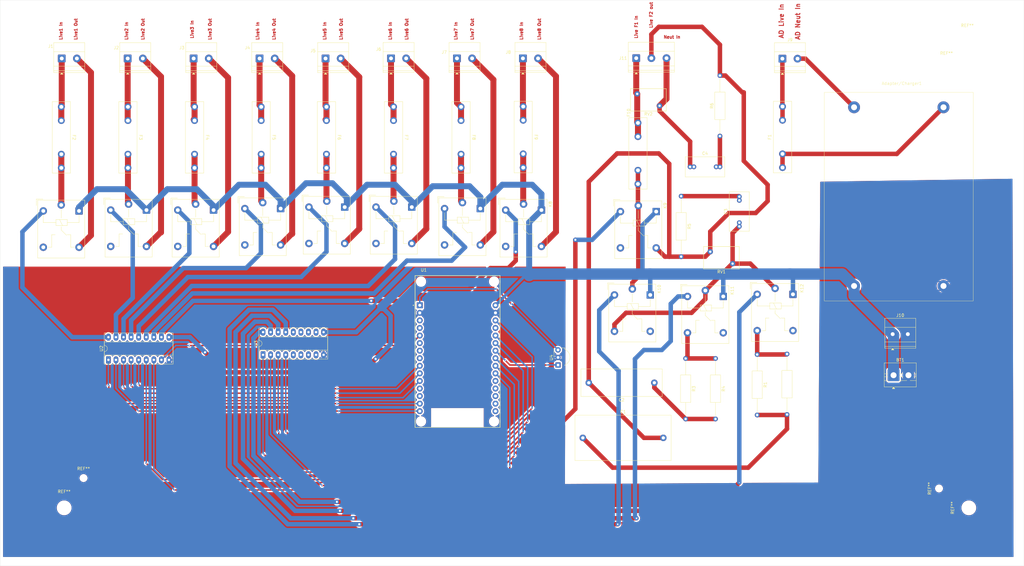
<source format=kicad_pcb>
(kicad_pcb (version 20241229) (generator "pcbnew") (generator_version "9.0")
  (layers (0 "F.Cu" signal) (2 "B.Cu" signal) (13 "F.Paste" user) (15 "B.Paste" user) (5 "F.SilkS" user "F.Silkscreen") (7 "B.SilkS" user "B.Silkscreen") (1 "F.Mask" user) (3 "B.Mask" user) (25 "Edge.Cuts" user))
  (net 0 "")
  (net 1 "Net-(Adapter/Charger1-InNeutral)")
  (net 2 "Net-(Adapter/Charger1-InLive)")
  (net 3 "GND")
  (net 4 "5V")
  (net 5 "Net-(C1-Pad1)")
  (net 6 "FAN OUTPUT")
  (net 7 "Net-(C2-Pad1)")
  (net 8 "Net-(C3-Pad2)")
  (net 9 "REG NO")
  (net 10 "AC_Neutral")
  (net 11 "Net-(C4-Pad2)")
  (net 12 "Net-(J9-Pin_1)")
  (net 13 "Net-(J1-Pin_1)")
  (net 14 "Net-(F2-Pad2)")
  (net 15 "Net-(J2-Pin_1)")
  (net 16 "Net-(F3-Pad2)")
  (net 17 "Net-(J3-Pin_1)")
  (net 18 "Net-(F4-Pad2)")
  (net 19 "Net-(F5-Pad2)")
  (net 20 "Net-(J4-Pin_1)")
  (net 21 "Net-(F6-Pad2)")
  (net 22 "Net-(J5-Pin_1)")
  (net 23 "Net-(J6-Pin_1)")
  (net 24 "Net-(F7-Pad2)")
  (net 25 "Net-(J7-Pin_1)")
  (net 26 "Net-(F8-Pad2)")
  (net 27 "Net-(F9-Pad2)")
  (net 28 "Net-(J8-Pin_1)")
  (net 29 "Net-(F10-Pad1)")
  (net 30 "FAN AC INPUT")
  (net 31 "Net-(J1-Pin_2)")
  (net 32 "Net-(J2-Pin_2)")
  (net 33 "Net-(J3-Pin_2)")
  (net 34 "Net-(J4-Pin_2)")
  (net 35 "Net-(J5-Pin_2)")
  (net 36 "Net-(J6-Pin_2)")
  (net 37 "Net-(J7-Pin_2)")
  (net 38 "Net-(J8-Pin_2)")
  (net 39 "Net-(U2-O1)")
  (net 41 "Net-(U2-O2)")
  (net 43 "Net-(U2-O3)")
  (net 45 "Net-(U2-O4)")
  (net 48 "Net-(U2-O5)")
  (net 50 "Net-(U2-O6)")
  (net 51 "Net-(U2-O7)")
  (net 54 "Net-(U2-O8)")
  (net 56 "Net-(U3-O1)")
  (net 58 "Net-(U3-O4)")
  (net 59 "NO LEV2")
  (net 61 "Net-(U3-O3)")
  (net 62 "Net-(U3-O2)")
  (net 63 "NO LEV1")
  (net 67 "IR")
  (net 68 "3.3V")
  (net 69 "FAN{slash}Main")
  (net 70 "Net-(U1-D4)")
  (net 75 "Fan Level 2")
  (net 76 "Net-(U1-D21)")
  (net 78 "Fan Level 1")
  (net 79 "ENABLE REG")
  (net 80 "Net-(U1-D32)")
  (net 81 "Net-(U1-D25)")
  (net 82 "Net-(U1-D22)")
  (net 86 "Net-(U1-D18)")
  (net 88 "Net-(U1-D19)")
  (net 90 "Net-(U1-D23)")
  (footprint "MountingHole:MountingHole_4.5mm" (layer "F.Cu") (at 337.5 27.5)
    (property "Reference" "REF**")
    (property "Value" "MountingHole_4.5mm")
  )
  (footprint "Relay_THT:Relay_SPDT_Hongfa_JQC-3FF_0XX-1Z" (layer "F.Cu") (at 279 112.3 -90)
    (property "Reference" "K12")
    (property "Value" "JQC-3FF-005-1Z")
  )
  (footprint "Fuse:Fuseholder_Littelfuse_100_series_5x20mm" (layer "F.Cu") (at 33.55 49.35 -90)
    (property "Reference" "F2")
    (property "Value" "2A Slow Blow(T) Fuse")
  )
  (footprint "Relay_THT:Relay_SPDT_Hongfa_JQC-3FF_0XX-1Z" (layer "F.Cu") (at 128.6175 83.0175 -90)
    (property "Reference" "K5" (hide yes))
    (property "Value" "JQC-3FF-005-1Z")
  )
  (footprint "Capacitor_THT:C_Rect_L13.0mm_W6.5mm_P7.50mm_P10.00mm" (layer "F.Cu") (at 244.5 69.5)
    (property "Reference" "C4")
    (property "Value" "0.1uf-400V")
  )
  (footprint "TerminalBlock_Phoenix:TerminalBlock_Phoenix_MKDS-1,5-2-5.08_1x02_P5.08mm_Horizontal" (layer "F.Cu") (at 33.6875 33.1075)
    (property "Reference" "J1")
    (property "Value" "Screw_Terminal_01x02")
  )
  (footprint "Relay_THT:Relay_SPDT_Hongfa_JQC-3FF_0XX-1Z" (layer "F.Cu") (at 194.6175 84.0175 -90)
    (property "Reference" "K8")
    (property "Value" "JQC-3FF-005-1Z")
  )
  (footprint "Relay_THT:Relay_SPDT_Hongfa_JQC-3FF_0XX-1Z" (layer "F.Cu") (at 62.1175 84.0175 -90)
    (property "Reference" "K2" (hide yes))
    (property "Value" "JQC-3FF-005-1Z")
  )
  (footprint "Relay_THT:Relay_SPDT_Hongfa_JQC-3FF_0XX-1Z" (layer "F.Cu") (at 39.5 84.3 -90)
    (property "Reference" "K1" (hide yes))
    (property "Value" "JQC-3FF-005-1Z")
  )
  (footprint "MountingHole:MountingHole_2.2mm_M2" (layer "F.Cu") (at 41 174)
    (property "Reference" "REF**")
    (property "Value" "MountingHole_2.2mm_M2")
  )
  (footprint "TerminalBlock_Phoenix:TerminalBlock_Phoenix_MKDS-1,5-2-5.08_1x02_P5.08mm_Horizontal" (layer "F.Cu") (at 77.9375 33.1075)
    (property "Reference" "J3")
    (property "Value" "Screw_Terminal_01x02")
  )
  (footprint "Fuse:Fuseholder_Littelfuse_100_series_5x20mm" (layer "F.Cu") (at 275.5 69.75 90)
    (property "Reference" "F1")
    (property "Value" "1A Slow Blow(T) Fuse")
  )
  (footprint "Relay_THT:Relay_SPDT_Hongfa_JQC-3FF_0XX-1Z" (layer "F.Cu") (at 107.1175 83.5175 -90)
    (property "Reference" "K4" (hide yes))
    (property "Value" "JQC-3FF-005-1Z")
  )
  (footprint "TerminalBlock_Phoenix:TerminalBlock_Phoenix_MKDS-1,5-3-5.08_1x03_P5.08mm_Horizontal" (layer "F.Cu") (at 226.42 33)
    (property "Reference" "J11")
    (property "Value" "Fan_Screw_Terminal_01x03")
  )
  (footprint "Relay_THT:Relay_SPDT_Hongfa_JQC-3FF_0XX-1Z" (layer "F.Cu") (at 151.1175 83.0175 -90)
    (property "Reference" "K6" (hide yes))
    (property "Value" "JQC-3FF-005-1Z")
  )
  (footprint "Fuse:Fuseholder_Littelfuse_100_series_5x20mm" (layer "F.Cu") (at 167.65 49.35 -90)
    (property "Reference" "F8")
    (property "Value" "2A Slow Blow(T) Fuse")
  )
  (footprint "Resistor_THT:R_Axial_DIN0309_L9.0mm_D3.2mm_P20.32mm_Horizontal" (layer "F.Cu") (at 254.5 59.16 90)
    (property "Reference" "R6")
    (property "Value" "220E-2W")
  )
  (footprint "Capacitor_THT:C_Rect_L27.0mm_W9.0mm_P22.00mm" (layer "F.Cu") (at 232.5 142 180)
    (property "Reference" "C2")
    (property "Value" "2.2uf-400V")
  )
  (footprint "Varistor:RV_Disc_D12mm_W7.5mm_P7.5mm" (layer "F.Cu") (at 226.75 45)
    (property "Reference" "RV2")
    (property "Value" "10D511k MOV")
  )
  (footprint "TerminalBlock_Phoenix:TerminalBlock_Phoenix_MKDS-1,5-2-5.08_1x02_P5.08mm_Horizontal" (layer "F.Cu") (at 188.405 33.0725)
    (property "Reference" "J8")
    (property "Value" "Screw_Terminal_01x02")
  )
  (footprint "TerminalBlock_Phoenix:TerminalBlock_Phoenix_MKDS-1,5-2-5.08_1x02_P5.08mm_Horizontal" (layer "F.Cu") (at 100.0625 33.1075)
    (property "Reference" "J4")
    (property "Value" "Screw_Terminal_01x02")
  )
  (footprint "TerminalBlock_Phoenix:TerminalBlock_Phoenix_MKDS-1,5-2-5.08_1x02_P5.08mm_Horizontal" (layer "F.Cu") (at 144.155 33.0725)
    (property "Reference" "J6")
    (property "Value" "Screw_Terminal_01x02")
  )
  (footprint "Relay_THT:Relay_SPDT_Hongfa_JQC-3FF_0XX-1Z" (layer "F.Cu") (at 84.6175 84.0175 -90)
    (property "Reference" "K3" (hide yes))
    (property "Value" "JQC-3FF-005-1Z")
  )
  (footprint "MountingHole:MountingHole_4.5mm" (layer "F.Cu") (at 34.5 184)
    (property "Reference" "REF**")
    (property "Value" "MountingHole_4.5mm")
  )
  (footprint "MountingHole:MountingHole_2.2mm_M2" (layer "F.Cu") (at 328 177.5 90)
    (property "Reference" "REF**")
    (property "Value" "MountingHole_2.2mm_M2")
  )
  (footprint "Capacitor_THT:C_Rect_L13.0mm_W6.5mm_P7.50mm_P10.00mm" (layer "F.Cu") (at 261 89.5 90)
    (property "Reference" "C3")
    (property "Value" "0.1uf-400V")
  )
  (footprint "Package_DIP:DIP-18_W7.62mm_Socket_LongPads" (layer "F.Cu") (at 49.34 134.31 90)
    (property "Reference" "U2")
    (property "Value" "ULN2803A")
  )
  (footprint "Relay_THT:Relay_SPDT_Hongfa_JQC-3FF_0XX-1Z" (layer "F.Cu") (at 231.1175 112.5175 -90)
    (property "Reference" "K10")
    (property "Value" "JQC-3FF-005-1Z")
  )
  (footprint "Package_DIP:DIP-18_W7.62mm_Socket_LongPads" (layer "F.Cu") (at 101.22 132.62 90)
    (property "Reference" "U3")
    (property "Value" "ULN2803A")
  )
  (footprint "TerminalBlock_Phoenix:TerminalBlock_Phoenix_MKDS-1,5-2-5.08_1x02_P5.08mm_Horizontal" (layer "F.Cu") (at 166.28 33.0725)
    (property "Reference" "J7")
    (property "Value" "Screw_Terminal_01x02")
  )
  (footprint "Fuse:Fuseholder_Littelfuse_100_series_5x20mm" (layer "F.Cu") (at 78.25 49.35 -90)
    (property "Reference" "F4")
    (property "Value" "2A Slow Blow(T) Fuse")
  )
  (footprint "Capacitor_THT:C_Rect_L32.0mm_W15.0mm_P27.00mm" (layer "F.Cu") (at 208.5 160.5)
    (property "Reference" "C1")
    (property "Value" "4.7uf-400V")
  )
  (footprint "Fuse:Fuseholder_Littelfuse_100_series_5x20mm" (layer "F.Cu") (at 188.5 49.25 -90)
    (property "Reference" "F9")
    (property "Value" "2A Slow Blow(T) Fuse")
  )
  (footprint "TerminalBlock_Phoenix:TerminalBlock_Phoenix_MKDS-1,5-2-5.08_1x02_P5.08mm_Horizontal" (layer "F.Cu") (at 275.455 33.1725)
    (property "Reference" "J9")
    (property "Value" "AC220V")
  )
  (footprint "TerminalBlock_Phoenix:TerminalBlock_Phoenix_MKDS-1,5-2-5.08_1x02_P5.08mm_Horizontal" (layer "F.Cu") (at 122.1875 33.1075)
    (property "Reference" "J5")
    (property "Value" "Screw_Terminal_01x02")
  )
  (footprint "OptoDevice:Vishay_MOLD-3Pin" (layer "F.Cu") (at 200.185 136.04 90)
    (property "Reference" "U4")
    (property "Value" "vs1838B")
  )
  (footprint "Fuse:Fuseholder_Littelfuse_100_series_5x20mm" (layer "F.Cu") (at 122.5 49.35 -90)
    (property "Reference" "F6")
    (property "Value" "2A Slow Blow(T) Fuse")
  )
  (footprint "ESP_32Doit:MODULE_ESP32_DEVKIT_V1" (layer "F.Cu") (at 166.5 131.5)
    (property "Reference" "U1")
    (property "Value" "ESP32-DEVKIT-V1")
  )
  (footprint "TerminalBlock_Phoenix:TerminalBlock_Phoenix_MKDS-1,5-2-5.08_1x02_P5.08mm_Horizontal" (layer "F.Cu") (at 312.455 125.6725)
    (property "Reference" "J10")
    (property "Value" "DC5V")
  )
  (footprint "Resistor_THT:R_Axial_DIN0309_L9.0mm_D3.2mm_P20.32mm_Horizontal" (layer "F.Cu") (at 243 133.84 -90)
    (property "Reference" "R3")
    (property "Value" "220K")
  )
  (footprint "Relay_THT:Relay_SPDT_Hongfa_JQC-3FF_0XX-1Z" (layer "F.Cu") (at 174.1175 83.5175 -90)
    (property "Reference" "K7" (hide yes))
    (property "Value" "JQC-3FF-005-1Z")
  )
  (footprint "Resistor_THT:R_Axial_DIN0309_L9.0mm_D3.2mm_P20.32mm_Horizontal" (layer "F.Cu") (at 267 132.5 -90)
    (property "Reference" "R1")
    (property "Value" "220K")
  )
  (footprint "TerminalBlock_Phoenix:TerminalBlock_Phoenix_MKDS-1,5-2-5.08_1x02_P5.08mm_Horizontal" (layer "F.Cu") (at 55.8125 33.1075)
    (property "Reference" "J2")
    (property "Value" "Screw_Terminal_01x02")
  )
  (footprint "MountingHole:MountingHole_4.5mm" (layer "F.Cu") (at 338 184 90)
    (property "Reference" "REF**")
    (property "Value" "MountingHole_4.5mm")
  )
  (footprint "Resistor_THT:R_Axial_DIN0309_L9.0mm_D3.2mm_P20.32mm_Horizontal" (layer "F.Cu") (at 253 133.84 -90)
    (property "Reference" "R4")
    (property "Value" "2.2E-1/2W")
  )
  (footprint "Fuse:Fuseholder_Littelfuse_100_series_5x20mm" (layer "F.Cu") (at 145 49.35 -90)
    (property "Reference" "F7")
    (property "Value" "2A Slow Blow(T) Fuse")
  )
  (footprint "MountingHole:MountingHole_2.2mm_M2" (layer "F.Cu") (at 330.5 34.5)
    (property "Reference" "REF**")
    (property "Value" "MountingHole_2.2mm_M2")
  )
  (footprint "Relay_THT:Relay_SPDT_Hongfa_JQC-3FF_0XX-1Z" (layer "F.Cu") (at 255.6175 113.0175 -90)
    (property "Reference" "K11")
    (property "Value" "JQC-3FF-005-1Z")
  )
  (footprint "Fuse:Fuseholder_Littelfuse_100_series_5x20mm" (layer "F.Cu") (at 227 75.25 90)
    (property "Reference" "F10")
    (property "Value" "2A Slow Blow(T) Fuse")
  )
  (footprint "Fuse:Fuseholder_Littelfuse_100_series_5x20mm" (layer "F.Cu") (at 100.6 49.35 -90)
    (property "Reference" "F5")
    (property "Value" "2A Slow Blow(T) Fuse")
  )
  (footprint "Resistor_THT:R_Axial_DIN0309_L9.0mm_D3.2mm_P20.32mm_Horizontal" (layer "F.Cu") (at 277 132.34 -90)
    (property "Reference" "R2" (hide yes))
    (property "Value" "2.2E-1/2W")
  )
  (footprint "Varistor:RV_Disc_D12mm_W7.5mm_P7.5mm" (layer "F.Cu") (at 251.25 98)
    (property "Reference" "RV1")
    (property "Value" "10D511k MOV")
  )
  (footprint "Fuse:Fuseholder_Littelfuse_100_series_5x20mm" (layer "F.Cu") (at 55.9 49.35 -90)
    (property "Reference" "F3")
    (property "Value" "2A Slow Blow(T) Fuse")
  )
  (footprint "Relay_THT:Relay_SPDT_Hongfa_JQC-3FF_0XX-1Z" (layer "F.Cu") (at 233.1175 84.5175 -90)
    (property "Reference" "K9")
    (property "Value" "JQC-3FF-005-1Z")
  )
  (footprint "Resistor_THT:R_Axial_DIN0309_L9.0mm_D3.2mm_P20.32mm_Horizontal" (layer "F.Cu") (at 241.5 79.34 -90)
    (property "Reference" "R5")
    (property "Value" "220E-2W")
  )
  (footprint "5vchargerACtoDC:ACtoDC power Adapter. 220V to 5V" (layer "F.Cu") (at 289.5 44.5 -90)
    (property "Reference" "Adapter/Charger1")
    (property "Value" "220VAC ->5VDC20W")
  )
  (footprint "TerminalBlock:TerminalBlock_MaiXu_MX126-5.0-02P_1x02_P5.00mm" (layer "F.Cu") (at 312.75 139.4675)
    (property "Reference" "BT1")
    (property "Value" "Battery" (hide yes))
  )
  (gr_rect (start 13 13.5) (end 356.5 203.5) (stroke (width 0.05)) (fill no) (layer "Edge.Cuts"))
  (gr_text "Live7 Out\n" (at 172 27 90) (layer "F.Cu") (effects (font (size 1 1) (thickness 0.25) (bold yes)) (justify left bottom)))
  (gr_text "Neut In" (at 235.5 26.5 0) (layer "F.Cu") (effects (font (size 1 1) (thickness 0.25) (bold yes)) (justify left bottom)))
  (gr_text "Live1 Out\n" (at 39 27 90) (layer "F.Cu") (effects (font (size 1 1) (thickness 0.25) (bold yes)) (justify left bottom)))
  (gr_text "Live8 Out\n" (at 194.5 27 90) (layer "F.Cu") (effects (font (size 1 1) (thickness 0.25) (bold yes)) (justify left bottom)))
  (gr_text "Live3 Out\n" (at 84 27 90) (layer "F.Cu") (effects (font (size 1 1) (thickness 0.25) (bold yes)) (justify left bottom)))
  (gr_text "Live6 In\n" (at 144.5 27 90) (layer "F.Cu") (effects (font (size 1 1) (thickness 0.25) (bold yes)) (justify left bottom)))
  (gr_text "Live F2 out\n" (at 232 23 90) (layer "F.Cu") (effects (font (size 1 1) (thickness 0.25) (bold yes)) (justify left bottom)))
  (gr_text "AD Neut In\n" (at 281.5 27 90) (layer "F.Cu") (effects (font (size 1.5 1.5) (thickness 0.3) (bold yes)) (justify left bottom)))
  (gr_text "Live F1 In\n" (at 227 26.5 90) (layer "F.Cu") (effects (font (size 1 1) (thickness 0.25) (bold yes)) (justify left bottom)))
  (gr_text "Live1 In\n" (at 34 27 90) (layer "F.Cu") (effects (font (size 1 1) (thickness 0.25) (bold yes)) (justify left bottom)))
  (gr_text "Live5 In\n" (at 122.5 27 90) (layer "F.Cu") (effects (font (size 1 1) (thickness 0.25) (bold yes)) (justify left bottom)))
  (gr_text "Live5 Out\n" (at 128 27 90) (layer "F.Cu") (effects (font (size 1 1) (thickness 0.25) (bold yes)) (justify left bottom)))
  (gr_text "AD Live In\n" (at 276 26.5 90) (layer "F.Cu") (effects (font (size 1.5 1.5) (thickness 0.3) (bold yes)) (justify left bottom)))
  (gr_text "Live4 In\n" (at 100 27 90) (layer "F.Cu") (effects (font (size 1 1) (thickness 0.25) (bold yes)) (justify left bottom)))
  (gr_text "Live3 In\n" (at 78 26.5 90) (layer "F.Cu") (effects (font (size 1 1) (thickness 0.25) (bold yes)) (justify left bottom)))
  (gr_text "Live4 Out\n" (at 105.5 27 90) (layer "F.Cu") (effects (font (size 1 1) (thickness 0.25) (bold yes)) (justify left bottom)))
  (gr_text "Live2 Out\n" (at 61.5 27 90) (layer "F.Cu") (effects (font (size 1 1) (thickness 0.25) (bold yes)) (justify left bottom)))
  (gr_text "Live6 Out\n" (at 150 27 90) (layer "F.Cu") (effects (font (size 1 1) (thickness 0.25) (bold yes)) (justify left bottom)))
  (gr_text "Live2 In\n" (at 56 27 90) (layer "F.Cu") (effects (font (size 1 1) (thickness 0.25) (bold yes)) (justify left bottom)))
  (gr_text "Live7 In\n" (at 166.5 27 90) (layer "F.Cu") (effects (font (size 1 1) (thickness 0.25) (bold yes)) (justify left bottom)))
  (gr_text "Live8 In\n" (at 188.5 27 90) (layer "F.Cu") (effects (font (size 1 1) (thickness 0.25) (bold yes)) (justify left bottom)))
  (segment (start 299.5 49.5) (end 283.1725 33.1725) (width 1.5) (layer "F.Cu") (net 1))
  (segment (start 283.1725 33.1725) (end 280.535 33.1725) (width 1.5) (layer "F.Cu") (net 1))
  (segment (start 275.5 65.15) (end 313.85 65.15) (width 1.5) (layer "F.Cu") (net 2))
  (segment (start 313.85 65.15) (end 329.5 49.5) (width 1.5) (layer "F.Cu") (net 2))
  (segment (start 275.5 65.15) (end 275.5 69.75) (width 1.5) (layer "F.Cu") (net 2))
  (segment (start 317.75 125.8875) (end 317.535 125.6725) (width 3.8) (layer "F.Cu") (net 3))
  (segment (start 121.54 173.54) (end 141 193) (width 1.5) (layer "B.Cu") (net 3))
  (segment (start 332 119) (end 332 112) (width 3.8) (layer "B.Cu") (net 3))
  (segment (start 317.75 139.4675) (end 317.75 125.8875) (width 3.8) (layer "B.Cu") (net 3))
  (segment (start 181.025 118.525) (end 194.5 132) (width 1) (layer "B.Cu") (net 3))
  (segment (start 200.185 133.5) (end 194.825 133.5) (width 0.5) (layer "B.Cu") (net 3))
  (segment (start 69.66 134.31) (end 69.66 168.66) (width 1.5) (layer "B.Cu") (net 3))
  (segment (start 199.5 193) (end 141 193) (width 3.8) (layer "B.Cu") (net 3))
  (segment (start 194.5 185) (end 202.5 193) (width 1) (layer "B.Cu") (net 3))
  (segment (start 202.5 193) (end 199.5 193) (width 3.8) (layer "B.Cu") (net 3))
  (segment (start 153.8 118.525) (end 179.2 118.525) (width 1.5) (layer "B.Cu") (net 3))
  (segment (start 121.54 132.62) (end 121.54 173.54) (width 1.5) (layer "B.Cu") (net 3))
  (segment (start 332 112) (end 329.5 109.5) (width 3.8) (layer "B.Cu") (net 3))
  (segment (start 194.5 132) (end 194.5 133.825) (width 1) (layer "B.Cu") (net 3))
  (segment (start 284.5 193) (end 202.5 193) (width 3.8) (layer "B.Cu") (net 3))
  (segment (start 317.75 159.75) (end 284.5 193) (width 3.8) (layer "B.Cu") (net 3))
  (segment (start 317.75 139.4675) (end 317.75 159.75) (width 3.8) (layer "B.Cu") (net 3))
  (segment (start 69.66 168.66) (end 94 193) (width 1.5) (layer "B.Cu") (net 3))
  (segment (start 141 193) (end 94 193) (width 3.8) (layer "B.Cu") (net 3))
  (segment (start 317.535 125.6725) (end 324.2075 119) (width 3.8) (layer "B.Cu") (net 3))
  (segment (start 317.75 125.8875) (end 317.535 125.6725) (width 3.8) (layer "B.Cu") (net 3))
  (segment (start 324.2075 119) (end 332 119) (width 3.8) (layer "B.Cu") (net 3))
  (segment (start 194.5 133.825) (end 194.5 185) (width 1) (layer "B.Cu") (net 3))
  (segment (start 180.025 118.525) (end 181.025 118.525) (width 1) (layer "B.Cu") (net 3))
  (segment (start 312.75 125.9675) (end 312.455 125.6725) (width 3.8) (layer "F.Cu") (net 4))
  (segment (start 134.5 138.5) (end 88.5 138.5) (width 1.5) (layer "F.Cu") (net 4))
  (segment (start 139 134) (end 134.5 138.5) (width 1.5) (layer "F.Cu") (net 4))
  (segment (start 88.5 138.5) (end 81.75 131.75) (width 1.5) (layer "F.Cu") (net 4))
  (via (at 139 134) (size 1.4) (drill 0.7) (layers "F.Cu" "B.Cu") (net 4))
  (via (at 81.75 131.75) (size 1.4) (drill 0.7) (layers "F.Cu" "B.Cu") (net 4))
  (segment (start 144 119.5) (end 141 116.5) (width 1.5) (layer "B.Cu") (net 4))
  (segment (start 174.1175 79.6175) (end 170.5 76) (width 2) (layer "B.Cu") (net 4))
  (segment (start 190.5 106) (end 191 105.5) (width 3.8) (layer "B.Cu") (net 4))
  (segment (start 84.6175 82.6175) (end 79 77) (width 2) (layer "B.Cu") (net 4))
  (segment (start 194.6175 84.0175) (end 194.6175 78.6175) (width 2) (layer "B.Cu") (net 4))
  (segment (start 129.3175 79.8175) (end 124.5 75) (width 2) (layer "B.Cu") (net 4))
  (segment (start 228.5 89.135) (end 228.5 105.5) (width 1.5) (layer "B.Cu") (net 4))
  (segment (start 39.5 83) (end 39.5 84.3) (width 2) (layer "B.Cu") (net 4))
  (segment (start 312.75 139.4675) (end 312.75 125.9675) (width 3.8) (layer "B.Cu") (net 4))
  (segment (start 190.5 106) (end 189.274 104.774) (width 3) (layer "B.Cu") (net 4))
  (segment (start 132.5 125) (end 141 116.5) (width 1.5) (layer "B.Cu") (net 4))
  (segment (start 62.1175 84.0175) (end 55.1 77) (width 2) (layer "B.Cu") (net 4))
  (segment (start 189.185 106) (end 190.5 106) (width 1) (layer "B.Cu") (net 4))
  (segment (start 129.3175 82.3175) (end 129.3175 79.8175) (width 2) (layer "B.Cu") (net 4))
  (segment (start 139 134) (end 144 129) (width 1.5) (layer "B.Cu") (net 4))
  (segment (start 278 105.5) (end 295.5 105.5) (width 3.8) (layer "B.Cu") (net 4))
  (segment (start 255.5 105.5) (end 278 105.5) (width 3.8) (layer "B.Cu") (net 4))
  (segment (start 279 112.3) (end 279 106.5) (width 1.5) (layer "B.Cu") (net 4))
  (segment (start 107.1175 80.6175) (end 102 75.5) (width 2) (layer "B.Cu") (net 4))
  (segment (start 93.135 75.5) (end 84.6175 84.0175) (width 2) (layer "B.Cu") (net 4))
  (segment (start 45.5 77) (end 39.5 83) (width 2) (layer "B.Cu") (net 4))
  (segment (start 102 75.5) (end 93.135 75.5) (width 2) (layer "B.Cu") (net 4))
  (segment (start 55.1 77) (end 45.5 77) (width 2) (layer "B.Cu") (net 4))
  (segment (start 191.5 75.5) (end 181.5 75.5) (width 2) (layer "B.Cu") (net 4))
  (segment (start 295.5 105.5) (end 299.5 109.5) (width 3.8) (layer "B.Cu") (net 4))
  (segment (start 189.274 104.774) (end 152.726 104.774) (width 3) (layer "B.Cu") (net 4))
  (segment (start 194.6175 78.6175) (end 191.5 75.5) (width 2) (layer "B.Cu") (net 4))
  (segment (start 136.135 75.5) (end 128.6175 83.0175) (width 2) (layer "B.Cu") (net 4))
  (segment (start 255.6175 113.0175) (end 255.6175 105.6175) (width 1.5) (layer "B.Cu") (net 4))
  (segment (start 231.1175 105.6175) (end 231 105.5) (width 1.5) (layer "B.Cu") (net 4))
  (segment (start 151.1175 83.0175) (end 151.1175 81.1175) (width 2) (layer "B.Cu") (net 4))
  (segment (start 312.75 125.9675) (end 312.455 125.6725) (width 3.8) (layer "B.Cu") (net 4))
  (segment (start 181.5 75.5) (end 174.1175 82.8825) (width 2) (layer "B.Cu") (net 4))
  (segment (start 158.135 76) (end 151.1175 83.0175) (width 2) (layer "B.Cu") (net 4))
  (segment (start 69.135 77) (end 62.1175 84.0175) (width 2) (layer "B.Cu") (net 4))
  (segment (start 107.1175 83.5175) (end 107.1175 80.6175) (width 2) (layer "B.Cu") (net 4))
  (segment (start 174.1175 82.8825) (end 174.1175 83.5175) (width 2) (layer "B.Cu") (net 4))
  (segment (start 231.1175 112.5175) (end 231.1175 105.6175) (width 1.5) (layer "B.Cu") (net 4))
  (segment (start 79 77) (end 69.135 77) (width 2) (layer "B.Cu") (net 4))
  (segment (start 124.5 75) (end 115.635 75) (width 2) (layer "B.Cu") (net 4))
  (segment (start 299.5 112.7175) (end 312.455 125.6725) (width 3.8) (layer "B.Cu") (net 4))
  (segment (start 81.75 131.75) (end 76.69 126.69) (width 1.5) (layer "B.Cu") (net 4))
  (segment (start 151.1175 81.1175) (end 145.5 75.5) (width 2) (layer "B.Cu") (net 4))
  (segment (start 170.5 76) (end 158.135 76) (width 2) (layer "B.Cu") (net 4))
  (segment (start 191 105.5) (end 228.5 105.5) (width 3.8) (layer "B.Cu") (net 4))
  (segment (start 76.69 126.69) (end 69.66 126.69) (width 1.5) (layer "B.Cu") (net 4))
  (segment (start 179.2 115.985) (end 189.185 106) (width 1) (layer "B.Cu") (net 4))
  (segment (start 84.6175 84.0175) (end 84.6175 82.6175) (width 2) (layer "B.Cu") (net 4))
  (segment (start 299.5 109.5) (end 299.5 112.7175) (width 3.8) (layer "B.Cu") (net 4))
  (segment (start 190.5 88.135) (end 190.5 106) (width 2) (layer "B.Cu") (net 4))
  (segment (start 233.1175 84.5175) (end 228.5 89.135) (width 1.5) (layer "B.Cu") (net 4))
  (segment (start 144 129) (end 144 119.5) (width 1.5) (layer "B.Cu") (net 4))
  (segment (start 152.726 104.774) (end 141 116.5) (width 3) (layer "B.Cu") (net 4))
  (segment (start 279 106.5) (end 278 105.5) (width 1.5) (layer "B.Cu") (net 4))
  (segment (start 128.6175 83.0175) (end 129.3175 82.3175) (width 2) (layer "B.Cu") (net 4))
  (segment (start 121.54 125) (end 132.5 125) (width 1.5) (layer "B.Cu") (net 4))
  (segment (start 255.6175 105.6175) (end 255.5 105.5) (width 1.5) (layer "B.Cu") (net 4))
  (segment (start 231 105.5) (end 255.5 105.5) (width 3.8) (layer "B.Cu") (net 4))
  (segment (start 228.5 105.5) (end 231 105.5) (width 3.8) (layer "B.Cu") (net 4))
  (segment (start 174.1175 83.5175) (end 174.1175 79.6175) (width 2) (layer "B.Cu") (net 4))
  (segment (start 115.635 75) (end 107.1175 83.5175) (width 2) (layer "B.Cu") (net 4))
  (segment (start 194.6175 84.0175) (end 190.5 88.135) (width 2) (layer "B.Cu") (net 4))
  (segment (start 145.5 75.5) (end 136.135 75.5) (width 2) (layer "B.Cu") (net 4))
  (segment (start 267 152.82) (end 276.84 152.82) (width 1.5) (layer "F.Cu") (net 5))
  (segment (start 264 170.5) (end 277 157.5) (width 1.5) (layer "F.Cu") (net 5))
  (segment (start 218.5 170.5) (end 264 170.5) (width 1.5) (layer "F.Cu") (net 5))
  (segment (start 208.5 160.5) (end 218.5 170.5) (width 1.5) (layer "F.Cu") (net 5))
  (segment (start 277 152.66) (end 277 157.5) (width 1.5) (layer "F.Cu") (net 5))
  (segment (start 262 44.5) (end 256.34 38.84) (width 1.5) (layer "F.Cu") (net 6))
  (segment (start 270.5 81) (end 270.5 75.5) (width 1.5) (layer "F.Cu") (net 6))
  (segment (start 248.5 22.5) (end 254.5 28.5) (width 1.5) (layer "F.Cu") (net 6))
  (segment (start 262.5 67.5) (end 262.5 44.5) (width 1.5) (layer "F.Cu") (net 6))
  (segment (start 251.25 91.25) (end 257.5 85) (width 1.5) (layer "F.Cu") (net 6))
  (segment (start 237.5 68.5) (end 237.5 99.66) (width 1.5) (layer "F.Cu") (net 6))
  (segment (start 241.5 99.66) (end 237.5 99.66) (width 1.5) (layer "F.Cu") (net 6))
  (segment (start 241.5 99.66) (end 249.59 99.66) (width 1.5) (layer "F.Cu") (net 6))
  (segment (start 266.5 85) (end 270.5 81) (width 1.5) (layer "F.Cu") (net 6))
  (segment (start 210.5 142) (end 229 160.5) (width 1.5) (layer "F.Cu") (net 6))
  (segment (start 220 65) (end 234 65) (width 1.5) (layer "F.Cu") (net 6))
  (segment (start 234 22.5) (end 248.5 22.5) (width 1.5) (layer "F.Cu") (net 6))
  (segment (start 249.59 99.66) (end 251.25 98) (width 1.5) (layer "F.Cu") (net 6))
  (segment (start 237.5 99.66) (end 236.06 99.66) (width 1.5) (layer "F.Cu") (net 6))
  (segment (start 254.5 28.5) (end 254.5 38.84) (width 1.5) (layer "F.Cu") (net 6))
  (segment (start 210.5 142) (end 210.5 74.5) (width 1.5) (layer "F.Cu") (net 6))
  (segment (start 262.5 44.5) (end 262 44.5) (width 1.5) (layer "F.Cu") (net 6))
  (segment (start 256.34 38.84) (end 254.5 38.84) (width 1.5) (layer "F.Cu") (net 6))
  (segment (start 231.5 25) (end 234 22.5) (width 1.5) (layer "F.Cu") (net 6))
  (segment (start 210.5 74.5) (end 220 65) (width 1.5) (layer "F.Cu") (net 6))
  (segment (start 236.06 99.66) (end 233.1175 96.7175) (width 1.5) (layer "F.Cu") (net 6))
  (segment (start 229 160.5) (end 235.5 160.5) (width 1.5) (layer "F.Cu") (net 6))
  (segment (start 257.5 85) (end 266.5 85) (width 1.5) (layer "F.Cu") (net 6))
  (segment (start 251.25 98) (end 251.25 91.25) (width 1.5) (layer "F.Cu") (net 6))
  (segment (start 270.5 75.5) (end 262.5 67.5) (width 1.5) (layer "F.Cu") (net 6))
  (segment (start 234 65) (end 237.5 68.5) (width 1.5) (layer "F.Cu") (net 6))
  (segment (start 231.5 33) (end 231.5 25) (width 1.5) (layer "F.Cu") (net 6))
  (segment (start 232.5 142) (end 232.5 143.66) (width 1.5) (layer "F.Cu") (net 7))
  (segment (start 232.5 143.66) (end 243 154.16) (width 1.5) (layer "F.Cu") (net 7))
  (segment (start 243 154.16) (end 253 154.16) (width 1.5) (layer "F.Cu") (net 7))
  (segment (start 260.84 79.34) (end 261 79.5) (width 1.5) (layer "F.Cu") (net 8))
  (segment (start 241.5 79.34) (end 260.84 79.34) (width 1.5) (layer "F.Cu") (net 8))
  (segment (start 223 118.5) (end 245 118.5) (width 1.5) (layer "F.Cu") (net 9))
  (segment (start 219.1175 124.7175) (end 219.1175 122.3825) (width 1.5) (layer "F.Cu") (net 9))
  (segment (start 258.75 91.75) (end 261 89.5) (width 1.5) (layer "F.Cu") (net 9))
  (segment (start 258.75 102) (end 258.635 102) (width 1.5) (layer "F.Cu") (net 9))
  (segment (start 258.75 102) (end 258.75 91.75) (width 1.5) (layer "F.Cu") (net 9))
  (segment (start 258.635 102) (end 249.6175 111.0175) (width 1.5) (layer "F.Cu") (net 9))
  (segment (start 264.7 102) (end 273 110.3) (width 1.5) (layer "F.Cu") (net 9))
  (segment (start 219.1175 122.3825) (end 223 118.5) (width 1.5) (layer "F.Cu") (net 9))
  (segment (start 245 118.5) (end 249.6175 113.8825) (width 1.5) (layer "F.Cu") (net 9))
  (segment (start 249.6175 113.8825) (end 249.6175 111.0175) (width 1.5) (layer "F.Cu") (net 9))
  (segment (start 258.75 102) (end 264.7 102) (width 1.5) (layer "F.Cu") (net 9))
  (segment (start 234.25 50.75) (end 244.5 61) (width 1.5) (layer "F.Cu") (net 10))
  (segment (start 236.58 46.67) (end 234.25 49) (width 2) (layer "F.Cu") (net 10))
  (segment (start 244.5 61) (end 244.5 69.5) (width 1.5) (layer "F.Cu") (net 10))
  (segment (start 234.25 49) (end 234.25 50.75) (width 1.5) (layer "F.Cu") (net 10))
  (segment (start 236.58 33) (end 236.58 46.67) (width 2) (layer "F.Cu") (net 10))
  (segment (start 254.5 69.5) (end 254.5 59.16) (width 1.5) (layer "F.Cu") (net 11))
  (segment (start 275.5 49.25) (end 275.5 53.85) (width 1.5) (layer "F.Cu") (net 12))
  (segment (start 275.455 33.1725) (end 275.455 49.205) (width 1.5) (layer "F.Cu") (net 12))
  (segment (start 275.455 49.205) (end 275.5 49.25) (width 1.5) (layer "F.Cu") (net 12))
  (segment (start 33.6875 49.2125) (end 33.55 49.35) (width 2) (layer "F.Cu") (net 13))
  (segment (start 33.55 49.35) (end 33.55 53.95) (width 2) (layer "F.Cu") (net 13))
  (segment (start 33.6875 33.1075) (end 33.6875 49.2125) (width 2) (layer "F.Cu") (net 13))
  (segment (start 33.55 65.25) (end 33.55 69.85) (width 2) (layer "F.Cu") (net 14))
  (segment (start 33.55 82.25) (end 33.5 82.3) (width 2) (layer "F.Cu") (net 14))
  (segment (start 33.55 69.85) (end 33.55 82.25) (width 2) (layer "F.Cu") (net 14))
  (segment (start 55.8125 33.1075) (end 55.8125 53.8625) (width 2) (layer "F.Cu") (net 15))
  (segment (start 55.8125 53.8625) (end 55.9 53.95) (width 2) (layer "F.Cu") (net 15))
  (segment (start 55.9 65.25) (end 55.9 81.8) (width 2) (layer "F.Cu") (net 16))
  (segment (start 77.9375 49.0375) (end 78.25 49.35) (width 2) (layer "F.Cu") (net 17))
  (segment (start 78.25 49.35) (end 78.25 53.95) (width 2) (layer "F.Cu") (net 17))
  (segment (start 77.9375 53.6375) (end 78.25 53.95) (width 2) (layer "F.Cu") (net 17))
  (segment (start 77.9375 33.1075) (end 77.9375 49.0375) (width 2) (layer "F.Cu") (net 17))
  (segment (start 78.25 65.25) (end 78.25 81.65) (width 2) (layer "F.Cu") (net 18))
  (segment (start 100.6 65.25) (end 100.6 81) (width 2) (layer "F.Cu") (net 19))
  (segment (start 100.0625 33.1075) (end 100.0625 48.8125) (width 2) (layer "F.Cu") (net 20))
  (segment (start 100.0625 48.8125) (end 100.6 49.35) (width 2) (layer "F.Cu") (net 20))
  (segment (start 100.6 49.35) (end 100.6 53.95) (width 2) (layer "F.Cu") (net 20))
  (segment (start 122.5 65.25) (end 122.5 80.9) (width 2) (layer "F.Cu") (net 21))
  (segment (start 122.1875 53.6375) (end 122.5 53.95) (width 2) (layer "F.Cu") (net 22))
  (segment (start 122.1875 33.1075) (end 122.1875 49.0375) (width 2) (layer "F.Cu") (net 22))
  (segment (start 122.1875 49.0375) (end 122.5 49.35) (width 2) (layer "F.Cu") (net 22))
  (segment (start 122.5 49.35) (end 122.5 53.95) (width 2) (layer "F.Cu") (net 22))
  (segment (start 144.155 33.0725) (end 144.155 48.505) (width 2) (layer "F.Cu") (net 23))
  (segment (start 145 49.35) (end 145 53.95) (width 2) (layer "F.Cu") (net 23))
  (segment (start 144.155 48.505) (end 145 49.35) (width 2) (layer "F.Cu") (net 23))
  (segment (start 145 65.25) (end 145 80.9) (width 2) (layer "F.Cu") (net 24))
  (segment (start 166.28 47.98) (end 167.65 49.35) (width 2) (layer "F.Cu") (net 25))
  (segment (start 167.65 49.35) (end 167.65 53.95) (width 2) (layer "F.Cu") (net 25))
  (segment (start 166.28 33.0725) (end 166.28 47.98) (width 2) (layer "F.Cu") (net 25))
  (segment (start 167.65 69.85) (end 167.65 81.05) (width 2) (layer "F.Cu") (net 26))
  (segment (start 167.65 65.25) (end 167.65 69.85) (width 2) (layer "F.Cu") (net 26))
  (segment (start 188.5 69.75) (end 188.5 81.9) (width 2) (layer "F.Cu") (net 27))
  (segment (start 188.5 65.15) (end 188.5 69.75) (width 2) (layer "F.Cu") (net 27))
  (segment (start 188.405 33.0725) (end 188.405 49.155) (width 2) (layer "F.Cu") (net 28))
  (segment (start 188.405 49.155) (end 188.5 49.25) (width 2) (layer "F.Cu") (net 28))
  (segment (start 188.5 49.25) (end 188.5 53.85) (width 2) (layer "F.Cu") (net 28))
  (segment (start 225.1175 110.5175) (end 225.1175 108.3825) (width 1.5) (layer "F.Cu") (net 29))
  (segment (start 225.1175 108.3825) (end 227.1175 106.3825) (width 1.5) (layer "F.Cu") (net 29))
  (segment (start 227.1175 106.3825) (end 227.1175 82.5175) (width 1.5) (layer "F.Cu") (net 29))
  (segment (start 227 82.4) (end 227.1175 82.5175) (width 1.5) (layer "F.Cu") (net 29))
  (segment (start 227 75.25) (end 227 82.4) (width 1.5) (layer "F.Cu") (net 29))
  (segment (start 227 70.65) (end 227 75.25) (width 1.5) (layer "F.Cu") (net 29))
  (segment (start 227 54.75) (end 227 59.35) (width 2) (layer "F.Cu") (net 30))
  (segment (start 226.42 33) (end 226.42 44.67) (width 2) (layer "F.Cu") (net 30))
  (segment (start 226.42 44.67) (end 226.75 45) (width 2) (layer "F.Cu") (net 30))
  (segment (start 226.75 54.5) (end 227 54.75) (width 2) (layer "F.Cu") (net 30))
  (segment (start 226.75 45) (end 226.75 54.5) (width 2) (layer "F.Cu") (net 30))
  (segment (start 43.5 37.84) (end 43.5 92.5) (width 2) (layer "F.Cu") (net 31))
  (segment (start 38.7675 33.1075) (end 43.5 37.84) (width 2) (layer "F.Cu") (net 31))
  (segment (start 43.5 92.5) (end 39.5 96.5) (width 2) (layer "F.Cu") (net 31))
  (segment (start 60.8925 33.1075) (end 67 39.215) (width 2) (layer "F.Cu") (net 32))
  (segment (start 67 39.215) (end 67 91.5) (width 2) (layer "F.Cu") (net 32))
  (segment (start 67 91.5) (end 66.835 91.5) (width 2) (layer "F.Cu") (net 32))
  (segment (start 66.835 91.5) (end 62.1175 96.2175) (width 2) (layer "F.Cu") (net 32))
  (segment (start 83.0175 33.1075) (end 89.5 39.59) (width 2) (layer "F.Cu") (net 33))
  (segment (start 89.5 91.335) (end 84.6175 96.2175) (width 2) (layer "F.Cu") (net 33))
  (segment (start 89.5 39.59) (end 89.5 91.335) (width 2) (layer "F.Cu") (net 33))
  (segment (start 111 38.965) (end 111 92) (width 2) (layer "F.Cu") (net 34))
  (segment (start 110.835 92) (end 107.1175 95.7175) (width 2) (layer "F.Cu") (net 34))
  (segment (start 111 92) (end 110.835 92) (width 2) (layer "F.Cu") (net 34))
  (segment (start 105.1425 33.1075) (end 111 38.965) (width 2) (layer "F.Cu") (net 34))
  (segment (start 133.5 90.335) (end 128.6175 95.2175) (width 2) (layer "F.Cu") (net 35))
  (segment (start 127.2675 33.1075) (end 133.5 39.34) (width 2) (layer "F.Cu") (net 35))
  (segment (start 133.5 39.34) (end 133.5 90.335) (width 2) (layer "F.Cu") (net 35))
  (segment (start 156 39.8375) (end 156 90.335) (width 2) (layer "F.Cu") (net 36))
  (segment (start 156 90.335) (end 151.1175 95.2175) (width 2) (layer "F.Cu") (net 36))
  (segment (start 149.235 33.0725) (end 156 39.8375) (width 2) (layer "F.Cu") (net 36))
  (segment (start 178.5 91.335) (end 174.1175 95.7175) (width 2) (layer "F.Cu") (net 37))
  (segment (start 178.5 40.2125) (end 178.5 91.335) (width 2) (layer "F.Cu") (net 37))
  (segment (start 171.36 33.0725) (end 178.5 40.2125) (width 2) (layer "F.Cu") (net 37))
  (segment (start 199.5 39.0875) (end 199.5 91.335) (width 2) (layer "F.Cu") (net 38))
  (segment (start 193.485 33.0725) (end 199.5 39.0875) (width 2) (layer "F.Cu") (net 38))
  (segment (start 199.5 91.335) (end 194.6175 96.2175) (width 2) (layer "F.Cu") (net 38))
  (segment (start 20.5 110) (end 37.19 126.69) (width 1.5) (layer "B.Cu") (net 39))
  (segment (start 20.5 91.3) (end 20.5 110) (width 1.5) (layer "B.Cu") (net 39))
  (segment (start 37.19 126.69) (end 49.34 126.69) (width 1.5) (layer "B.Cu") (net 39))
  (segment (start 27.5 84.3) (end 20.5 91.3) (width 1.5) (layer "B.Cu") (net 39))
  (segment (start 51.88 119.12) (end 51.88 126.69) (width 1.5) (layer "B.Cu") (net 41))
  (segment (start 57.5 91.4) (end 57.5 113.5) (width 1.5) (layer "B.Cu") (net 41))
  (segment (start 57.5 113.5) (end 51.88 119.12) (width 1.5) (layer "B.Cu") (net 41))
  (segment (start 50.1175 84.0175) (end 57.5 91.4) (width 1.5) (layer "B.Cu") (net 41))
  (segment (start 54.42 126.69) (end 54.42 120.58) (width 1.5) (layer "B.Cu") (net 43))
  (segment (start 54.42 120.58) (end 76.5 98.5) (width 1.5) (layer "B.Cu") (net 43))
  (segment (start 76.5 87.9) (end 72.6175 84.0175) (width 1.5) (layer "B.Cu") (net 43))
  (segment (start 76.5 98.5) (end 76.5 87.9) (width 1.5) (layer "B.Cu") (net 43))
  (segment (start 74.5 103.5) (end 95.5 103.5) (width 1.5) (layer "B.Cu") (net 45))
  (segment (start 56.96 121.04) (end 74.5 103.5) (width 1.5) (layer "B.Cu") (net 45))
  (segment (start 100.5 88.9) (end 95.1175 83.5175) (width 1.5) (layer "B.Cu") (net 45))
  (segment (start 95.5 103.5) (end 100.5 98.5) (width 1.5) (layer "B.Cu") (net 45))
  (segment (start 56.96 126.69) (end 56.96 121.04) (width 1.5) (layer "B.Cu") (net 45))
  (segment (start 100.5 98.5) (end 100.5 88.9) (width 1.5) (layer "B.Cu") (net 45))
  (segment (start 59.5 126.69) (end 59.5 123) (width 1.5) (layer "B.Cu") (net 48))
  (segment (start 59.5 123) (end 76 106.5) (width 1.5) (layer "B.Cu") (net 48))
  (segment (start 76 106.5) (end 114 106.5) (width 1.5) (layer "B.Cu") (net 48))
  (segment (start 114 106.5) (end 122.5 98) (width 1.5) (layer "B.Cu") (net 48))
  (segment (start 122.5 98) (end 122.5 88.9) (width 1.5) (layer "B.Cu") (net 48))
  (segment (start 122.5 88.9) (end 116.6175 83.0175) (width 1.5) (layer "B.Cu") (net 48))
  (segment (start 145.5 100.5) (end 145.5 89.4) (width 1.5) (layer "B.Cu") (net 50))
  (segment (start 62.04 124.79) (end 77.33 109.5) (width 1.45) (layer "B.Cu") (net 50))
  (segment (start 136.5 109.5) (end 145.5 100.5) (width 1.5) (layer "B.Cu") (net 50))
  (segment (start 77.33 109.5) (end 136.5 109.5) (width 1.5) (layer "B.Cu") (net 50))
  (segment (start 62.04 126.69) (end 62.04 124.79) (width 1.5) (layer "B.Cu") (net 50))
  (segment (start 145.5 89.4) (end 139.1175 83.0175) (width 1.5) (layer "B.Cu") (net 50))
  (segment (start 169 96.5) (end 162.1175 89.6175) (width 1.5) (layer "B.Cu") (net 51))
  (segment (start 68 121.5) (end 77.5 112) (width 1.5) (layer "B.Cu") (net 51))
  (segment (start 138.5 112) (end 149.5 101) (width 1.5) (layer "B.Cu") (net 51))
  (segment (start 149.5 101) (end 164.5 101) (width 1.5) (layer "B.Cu") (net 51))
  (segment (start 64.58 126.69) (end 64.58 125.92) (width 1.5) (layer "B.Cu") (net 51))
  (segment (start 64.58 125.92) (end 64.58 124.92) (width 1.45) (layer "B.Cu") (net 51))
  (segment (start 164.5 101) (end 169 96.5) (width 1.5) (layer "B.Cu") (net 51))
  (segment (start 64.58 124.92) (end 68 121.5) (width 1.45) (layer "B.Cu") (net 51))
  (segment (start 162.1175 89.6175) (end 162.1175 83.5175) (width 1.5) (layer "B.Cu") (net 51))
  (segment (start 77.5 112) (end 138.5 112) (width 1.5) (layer "B.Cu") (net 51))
  (segment (start 170.474 110.526) (end 151.526 110.526) (width 1.5) (layer "F.Cu") (net 54))
  (segment (start 186 101) (end 183.5 103.5) (width 1.5) (layer "F.Cu") (net 54))
  (segment (start 183.5 103.5) (end 177.5 103.5) (width 1.5) (layer "F.Cu") (net 54))
  (segment (start 147.5 114.5) (end 137.5 114.5) (width 1.5) (layer "F.Cu") (net 54))
  (segment (start 151.526 110.526) (end 151.5 110.5) (width 1.5) (layer "F.Cu") (net 54))
  (segment (start 151.5 110.5) (end 147.5 114.5) (width 1.5) (layer "F.Cu") (net 54))
  (segment (start 177.5 103.5) (end 170.474 110.526) (width 1.5) (layer "F.Cu") (net 54))
  (segment (start 186 98) (end 186 101) (width 1.5) (layer "F.Cu") (net 54))
  (via (at 137.5 114.5) (size 1.4) (drill 0.7) (layers "F.Cu" "B.Cu") (net 54))
  (via (at 186 98) (size 1.4) (drill 0.7) (layers "F.Cu" "B.Cu") (net 54))
  (segment (start 186 98) (end 186 87.4) (width 1.5) (layer "B.Cu") (net 54))
  (segment (start 67.576532 124.576532) (end 67.611888 124.576532) (width 1.5) (layer "B.Cu") (net 54))
  (segment (start 186 87.4) (end 182.6175 84.0175) (width 1.5) (layer "B.Cu") (net 54))
  (segment (start 67.12 125.033064) (end 67.576532 124.576532) (width 1.5) (layer "B.Cu") (net 54))
  (segment (start 67.611888 124.576532) (end 77.68842 114.5) (width 1.5) (layer "B.Cu") (net 54))
  (segment (start 77.68842 114.5) (end 137.5 114.5) (width 1.5) (layer "B.Cu") (net 54))
  (segment (start 67.12 126.69) (end 67.12 125.033064) (width 1.5) (layer "B.Cu") (net 54))
  (segment (start 126 182) (end 174.769182 182) (width 1.5) (layer "F.Cu") (net 56))
  (segment (start 174.769182 182) (end 206 150.769182) (width 1.5) (layer "F.Cu") (net 56))
  (segment (start 206 150.769182) (end 206 94) (width 1.5) (layer "F.Cu") (net 56))
  (via (at 126 182) (size 1.4) (drill 0.7) (layers "F.Cu" "B.Cu") (net 56))
  (via (at 206 94) (size 1.4) (drill 0.7) (layers "F.Cu" "B.Cu") (net 56))
  (segment (start 113.5 182) (end 126 182) (width 1.5) (layer "B.Cu") (net 56))
  (segment (start 98 166.5) (end 113.5 182) (width 1.5) (layer "B.Cu") (net 56))
  (segment (start 100 125) (end 98 127) (width 1.5) (layer "B.Cu") (net 56))
  (segment (start 98 127) (end 98 166.5) (width 1.5) (layer "B.Cu") (net 56))
  (segment (start 101.22 125) (end 100 125) (width 1.5) (layer "B.Cu") (net 56))
  (segment (start 211.635 94) (end 221.1175 84.5175) (width 1.5) (layer "B.Cu") (net 56))
  (segment (start 206 94) (end 211.635 94) (width 1.5) (layer "B.Cu") (net 56))
  (segment (start 220.201 189.5) (end 133.5 189.5) (width 1.5) (layer "F.Cu") (net 58))
  (via (at 133.5 189.5) (size 1.4) (drill 0.7) (layers "F.Cu" "B.Cu") (net 58))
  (via (at 220.201 189.5) (size 1) (drill 0.5) (layers "F.Cu" "B.Cu") (net 58))
  (segment (start 214 117.635) (end 219.1175 112.5175) (width 1.5) (layer "B.Cu") (net 58))
  (segment (start 220.5 189.201) (end 220.5 138) (width 1.5) (layer "B.Cu") (net 58))
  (segment (start 220.5 138) (end 214 131.5) (width 1.5) (layer "B.Cu") (net 58))
  (segment (start 109.5 189.5) (end 133.5 189.5) (width 1.5) (layer "B.Cu") (net 58))
  (segment (start 108.84 125) (end 108.84 121.84) (width 1.5) (layer "B.Cu") (net 58))
  (segment (start 104.5 117.5) (end 96.5 117.5) (width 1.5) (layer "B.Cu") (net 58))
  (segment (start 96.5 117.5) (end 90 124) (width 1.5) (layer "B.Cu") (net 58))
  (segment (start 108.84 121.84) (end 104.5 117.5) (width 1.5) (layer "B.Cu") (net 58))
  (segment (start 90 124) (end 90 170) (width 1.5) (layer "B.Cu") (net 58))
  (segment (start 90 170) (end 109.5 189.5) (width 1.5) (layer "B.Cu") (net 58))
  (segment (start 214 131.5) (end 214 117.635) (width 1.5) (layer "B.Cu") (net 58))
  (segment (start 220.201 189.5) (end 220.5 189.201) (width 1.5) (layer "B.Cu") (net 58))
  (segment (start 243 133.84) (end 253 133.84) (width 1.5) (layer "F.Cu") (net 59))
  (segment (start 243.6175 133.2225) (end 243 133.84) (width 1.5) (layer "F.Cu") (net 59))
  (segment (start 243.6175 125.2175) (end 243.6175 133.2225) (width 1.5) (layer "F.Cu") (net 59))
  (segment (start 226.5 187.5) (end 131.5 187.5) (width 1.5) (layer "F.Cu") (net 61))
  (via (at 131.5 187.5) (size 1.4) (drill 0.7) (layers "F.Cu" "B.Cu") (net 61))
  (via (at 226.5 187.5) (size 1) (drill 0.5) (layers "F.Cu" "B.Cu") (net 61))
  (segment (start 238 128) (end 238 115.5) (width 1.5) (layer "B.Cu") (net 61))
  (segment (start 110 187) (end 110.5 187.5) (width 1.5) (layer "B.Cu") (net 61))
  (segment (start 226.5 187.5) (end 226 187) (width 1.5) (layer "B.Cu") (net 61))
  (segment (start 240.4825 113.0175) (end 243.6175 113.0175) (width 1.5) (layer "B.Cu") (net 61))
  (segment (start 110.5 187.5) (end 131.5 187.5) (width 1.5) (layer "B.Cu") (net 61))
  (segment (start 226 187) (end 226 134) (width 1.5) (layer "B.Cu") (net 61))
  (segment (start 103.5 119.5) (end 97.5 119.5) (width 1.5) (layer "B.Cu") (net 61))
  (segment (start 238 115.5) (end 240.4825 113.0175) (width 1.5) (layer "B.Cu") (net 61))
  (segment (start 235 131) (end 238 128) (width 1.5) (layer "B.Cu") (net 61))
  (segment (start 92 169) (end 110 187) (width 1.5) (layer "B.Cu") (net 61))
  (segment (start 226 134) (end 229 131) (width 1.5) (layer "B.Cu") (net 61))
  (segment (start 229 131) (end 235 131) (width 1.5) (layer "B.Cu") (net 61))
  (segment (start 92 125) (end 92 169) (width 1.5) (layer "B.Cu") (net 61))
  (segment (start 106.3 122.3) (end 103.5 119.5) (width 1.5) (layer "B.Cu") (net 61))
  (segment (start 106.3 125) (end 106.3 122.3) (width 1.5) (layer "B.Cu") (net 61))
  (segment (start 97.5 119.5) (end 92 125) (width 1.5) (layer "B.Cu") (net 61))
  (segment (start 127 185) (end 251.5 185) (width 1.5) (layer "F.Cu") (net 62))
  (segment (start 251.5 185) (end 261 175.5) (width 1.5) (layer "F.Cu") (net 62))
  (via (at 261 175.5) (size 0.6) (drill 0.3) (layers "F.Cu" "B.Cu") (net 62))
  (via (at 127 185) (size 1.4) (drill 0.7) (layers "F.Cu" "B.Cu") (net 62))
  (segment (start 102.5 121.5) (end 98.5 121.5) (width 1.5) (layer "B.Cu") (net 62))
  (segment (start 103.76 125) (end 103.76 122.76) (width 1.5) (layer "B.Cu") (net 62))
  (segment (start 98.5 121.5) (end 94.5 125.5) (width 1.5) (layer "B.Cu") (net 62))
  (segment (start 94.5 125.5) (end 94.5 167.5) (width 1.5) (layer "B.Cu") (net 62))
  (segment (start 103.76 122.76) (end 102.5 121.5) (width 1.5) (layer "B.Cu") (net 62))
  (segment (start 261 175.5) (end 261 118.3) (width 1.5) (layer "B.Cu") (net 62))
  (segment (start 112 185) (end 127 185) (width 1.5) (layer "B.Cu") (net 62))
  (segment (start 261 118.3) (end 267 112.3) (width 1.5) (layer "B.Cu") (net 62))
  (segment (start 94.5 167.5) (end 112 185) (width 1.5) (layer "B.Cu") (net 62))
  (segment (start 267 124.5) (end 267 132.5) (width 1.5) (layer "F.Cu") (net 63))
  (segment (start 276.84 132.5) (end 277 132.34) (width 1.5) (layer "F.Cu") (net 63))
  (segment (start 267 132.5) (end 276.84 132.5) (width 1.5) (layer "F.Cu") (net 63))
  (segment (start 184.04 136.04) (end 196.46 136.04) (width 0.5) (layer "F.Cu") (net 67))
  (segment (start 182.5 134.5) (end 184.04 136.04) (width 0.5) (layer "F.Cu") (net 67))
  (segment (start 196.46 136.04) (end 196.5 136) (width 0.5) (layer "F.Cu") (net 67))
  (via (at 182.5 134.5) (size 0.6) (drill 0.3) (layers "F.Cu" "B.Cu") (net 67))
  (via (at 196.5 136) (size 0.6) (drill 0.3) (layers "F.Cu" "B.Cu") (net 67))
  (segment (start 179.2 131.225) (end 179.225 131.225) (width 0.5) (layer "B.Cu") (net 67))
  (segment (start 179.225 131.225) (end 182.5 134.5) (width 0.5) (layer "B.Cu") (net 67))
  (segment (start 200.145 136) (end 200.185 136.04) (width 0.5) (layer "B.Cu") (net 67))
  (segment (start 196.5 136) (end 200.145 136) (width 0.5) (layer "B.Cu") (net 67))
  (segment (start 179.5 110.5) (end 184.5 115.5) (width 0.5) (layer "F.Cu") (net 68))
  (via (at 184.5 115.5) (size 0.6) (drill 0.3) (layers "F.Cu" "B.Cu") (net 68))
  (via (at 179.5 110.5) (size 0.6) (drill 0.3) (layers "F.Cu" "B.Cu") (net 68))
  (segment (start 153.8 115.985) (end 153.8 113.2) (width 0.5) (layer "B.Cu") (net 68))
  (segment (start 156.5 110.5) (end 179.5 110.5) (width 0.5) (layer "B.Cu") (net 68))
  (segment (start 153.8 113.2) (end 156.5 110.5) (width 0.5) (layer "B.Cu") (net 68))
  (segment (start 184.725 115.5) (end 200.185 130.96) (width 0.5) (layer "B.Cu") (net 68))
  (segment (start 184.5 115.5) (end 184.725 115.5) (width 0.5) (layer "B.Cu") (net 68))
  (segment (start 175 172) (end 174 172) (width 0.5) (layer "F.Cu") (net 69))
  (segment (start 174 172) (end 107.5 172) (width 0.5) (layer "F.Cu") (net 69))
  (segment (start 188.5 158.5) (end 175 172) (width 0.5) (layer "F.Cu") (net 69))
  (segment (start 107.5 172) (end 101.5 166) (width 0.5) (layer "F.Cu") (net 69))
  (via (at 188.5 158.5) (size 0.6) (drill 0.3) (layers "F.Cu" "B.Cu") (net 69))
  (via (at 101.5 166) (size 0.6) (drill 0.3) (layers "F.Cu" "B.Cu") (net 69))
  (segment (start 101.22 165.72) (end 101.22 132.62) (width 0.5) (layer "B.Cu") (net 69))
  (segment (start 188.5 137.985) (end 188.5 158.5) (width 0.5) (layer "B.Cu") (net 69))
  (segment (start 101.5 166) (end 101.22 165.72) (width 0.5) (layer "B.Cu") (net 69))
  (segment (start 179.2 128.685) (end 188.5 137.985) (width 0.5) (layer "B.Cu") (net 69))
  (segment (start 150.445 129.5) (end 153.8 126.145) (width 0.5) (layer "F.Cu") (net 70))
  (segment (start 76.5 129.5) (end 150.445 129.5) (width 0.5) (layer "F.Cu") (net 70))
  (via (at 76.5 129.5) (size 0.6) (drill 0.3) (layers "F.Cu" "B.Cu") (net 70))
  (segment (start 67.12 134.31) (end 71.93 129.5) (width 0.5) (layer "B.Cu") (net 70))
  (segment (start 71.93 129.5) (end 76.5 129.5) (width 0.5) (layer "B.Cu") (net 70))
  (segment (start 190 155) (end 176.5 168.5) (width 0.5) (layer "F.Cu") (net 75))
  (segment (start 176.5 168.5) (end 115.5 168.5) (width 0.5) (layer "F.Cu") (net 75))
  (segment (start 106.5 159.5) (end 106.5 158.5) (width 0.5) (layer "F.Cu") (net 75))
  (segment (start 115.5 168.5) (end 106.5 159.5) (width 0.5) (layer "F.Cu") (net 75))
  (via (at 190 155) (size 0.6) (drill 0.3) (layers "F.Cu" "B.Cu") (net 75))
  (via (at 106.5 158.5) (size 0.6) (drill 0.3) (layers "F.Cu" "B.Cu") (net 75))
  (segment (start 106.3 158.3) (end 106.3 132.62) (width 0.5) (layer "B.Cu") (net 75))
  (segment (start 190 136.945) (end 190 155) (width 0.5) (layer "B.Cu") (net 75))
  (segment (start 179.2 126.145) (end 190 136.945) (width 0.5) (layer "B.Cu") (net 75))
  (segment (start 106.5 158.5) (end 106.3 158.3) (width 0.5) (layer "B.Cu") (net 75))
  (segment (start 58 147) (end 54.5 143.5) (width 0.5) (layer "F.Cu") (net 76))
  (segment (start 126 147) (end 58 147) (width 0.5) (layer "F.Cu") (net 76))
  (via (at 126 147) (size 0.6) (drill 0.3) (layers "F.Cu" "B.Cu") (net 76))
  (via (at 54.5 143.5) (size 0.6) (drill 0.3) (layers "F.Cu" "B.Cu") (net 76))
  (segment (start 148.185 147) (end 126 147) (width 0.5) (layer "B.Cu") (net 76))
  (segment (start 54.42 143.42) (end 54.42 134.31) (width 0.5) (layer "B.Cu") (net 76))
  (segment (start 153.8 141.385) (end 148.185 147) (width 0.5) (layer "B.Cu") (net 76))
  (segment (start 54.5 143.5) (end 54.42 143.42) (width 0.5) (layer "B.Cu") (net 76))
  (segment (start 175.5 176.5) (end 121 176.5) (width 0.5) (layer "F.Cu") (net 78))
  (segment (start 185.5 166.5) (end 175.5 176.5) (width 0.5) (layer "F.Cu") (net 78))
  (via (at 121 176.5) (size 0.6) (drill 0.3) (layers "F.Cu" "B.Cu") (net 78))
  (via (at 185.5 166.5) (size 0.6) (drill 0.3) (layers "F.Cu" "B.Cu") (net 78))
  (segment (start 179.2 136.305) (end 185.5 142.605) (width 0.5) (layer "B.Cu") (net 78))
  (segment (start 121 176.5) (end 103.76 159.26) (width 0.5) (layer "B.Cu") (net 78))
  (segment (start 185.5 142.605) (end 185.5 166.5) (width 0.5) (layer "B.Cu") (net 78))
  (segment (start 103.76 159.26) (end 103.76 132.62) (width 0.5) (layer "B.Cu") (net 78))
  (segment (start 117.5 167) (end 109 158.5) (width 0.5) (layer "F.Cu") (net 79))
  (segment (start 191.5 150.5) (end 175 167) (width 0.5) (layer "F.Cu") (net 79))
  (segment (start 175 167) (end 117.5 167) (width 0.5) (layer "F.Cu") (net 79))
  (via (at 109 158.5) (size 0.6) (drill 0.3) (layers "F.Cu" "B.Cu") (net 79))
  (via (at 191.5 150.5) (size 0.6) (drill 0.3) (layers "F.Cu" "B.Cu") (net 79))
  (segment (start 179.2 121.065) (end 191.5 133.365) (width 0.5) (layer "B.Cu") (net 79))
  (segment (start 191.5 133.365) (end 191.5 150.5) (width 0.5) (layer "B.Cu") (net 79))
  (segment (start 109 158.5) (end 108.84 158.34) (width 0.5) (layer "B.Cu") (net 79))
  (segment (start 108.84 158.34) (end 108.84 132.62) (width 0.5) (layer "B.Cu") (net 79))
  (segment (start 184 170.787868) (end 176.787868 178) (width 0.5) (layer "F.Cu") (net 80))
  (segment (start 184 170) (end 184 170.787868) (width 0.5) (layer "F.Cu") (net 80))
  (segment (start 176.787868 178) (end 71.5 178) (width 0.5) (layer "F.Cu") (net 80))
  (via (at 184 170) (size 0.6) (drill 0.3) (layers "F.Cu" "B.Cu") (net 80))
  (via (at 71.5 178) (size 0.6) (drill 0.3) (layers "F.Cu" "B.Cu") (net 80))
  (segment (start 184 143.645) (end 179.2 138.845) (width 0.5) (layer "B.Cu") (net 80))
  (segment (start 64.58 171.08) (end 64.58 134.31) (width 0.5) (layer "B.Cu") (net 80))
  (segment (start 184 170) (end 184 143.645) (width 0.5) (layer "B.Cu") (net 80))
  (segment (start 64.58 171.08) (end 71.5 178) (width 0.5) (layer "B.Cu") (net 80))
  (segment (start 172 174.5) (end 67.5 174.5) (width 0.5) (layer "F.Cu") (net 81))
  (segment (start 175.5 174.5) (end 172 174.5) (width 0.5) (layer "F.Cu") (net 81))
  (segment (start 187 163) (end 175.5 174.5) (width 0.5) (layer "F.Cu") (net 81))
  (segment (start 67.5 174.5) (end 62 169) (width 0.5) (layer "F.Cu") (net 81))
  (via (at 187 163) (size 0.6) (drill 0.3) (layers "F.Cu" "B.Cu") (net 81))
  (via (at 62 169) (size 0.6) (drill 0.3) (layers "F.Cu" "B.Cu") (net 81))
  (segment (start 179.2 133.765) (end 187 141.565) (width 0.5) (layer "B.Cu") (net 81))
  (segment (start 62.04 168.96) (end 62.04 134.31) (width 0.5) (layer "B.Cu") (net 81))
  (segment (start 187 141.565) (end 187 163) (width 0.5) (layer "B.Cu") (net 81))
  (segment (start 62 169) (end 62.04 168.96) (width 0.5) (layer "B.Cu") (net 81))
  (segment (start 49.5 145.5) (end 49.5 143) (width 0.5) (layer "F.Cu") (net 82))
  (segment (start 53 149) (end 49.5 145.5) (width 0.5) (layer "F.Cu") (net 82))
  (segment (start 126 149) (end 53 149) (width 0.5) (layer "F.Cu") (net 82))
  (via (at 49.5 143) (size 0.6) (drill 0.3) (layers "F.Cu" "B.Cu") (net 82))
  (via (at 126 149) (size 0.6) (drill 0.3) (layers "F.Cu" "B.Cu") (net 82))
  (segment (start 126.005 149.005) (end 126 149) (width 0.5) (layer "B.Cu") (net 82))
  (segment (start 49.5 143) (end 49.34 142.84) (width 0.5) (layer "B.Cu") (net 82))
  (segment (start 153.8 149.005) (end 126.005 149.005) (width 0.5) (layer "B.Cu") (net 82))
  (segment (start 49.34 142.84) (end 49.34 134.31) (width 0.5) (layer "B.Cu") (net 82))
  (segment (start 61 144) (end 59.5 142.5) (width 0.5) (layer "F.Cu") (net 86))
  (segment (start 126 144) (end 61 144) (width 0.5) (layer "F.Cu") (net 86))
  (via (at 126 144) (size 0.6) (drill 0.3) (layers "F.Cu" "B.Cu") (net 86))
  (via (at 59.5 142.5) (size 0.6) (drill 0.3) (layers "F.Cu" "B.Cu") (net 86))
  (segment (start 146.105 144) (end 126 144) (width 0.5) (layer "B.Cu") (net 86))
  (segment (start 59.5 134.31) (end 59.5 142.5) (width 0.5) (layer "B.Cu") (net 86))
  (segment (start 153.8 136.305) (end 146.105 144) (width 0.5) (layer "B.Cu") (net 86))
  (segment (start 59.5 145.5) (end 57 143) (width 0.5) (layer "F.Cu") (net 88))
  (segment (start 126 145.5) (end 59.5 145.5) (width 0.5) (layer "F.Cu") (net 88))
  (via (at 126 145.5) (size 0.6) (drill 0.3) (layers "F.Cu" "B.Cu") (net 88))
  (via (at 57 143) (size 0.6) (drill 0.3) (layers "F.Cu" "B.Cu") (net 88))
  (segment (start 147.145 145.5) (end 126 145.5) (width 0.5) (layer "B.Cu") (net 88))
  (segment (start 56.96 142.96) (end 56.96 134.31) (width 0.5) (layer "B.Cu") (net 88))
  (segment (start 57 134.35) (end 56.96 134.31) (width 0.5) (layer "B.Cu") (net 88))
  (segment (start 153.8 138.845) (end 147.145 145.5) (width 0.5) (layer "B.Cu") (net 88))
  (segment (start 57 143) (end 56.96 142.96) (width 0.5) (layer "B.Cu") (net 88))
  (segment (start 126.5 151.5) (end 59.5 151.5) (width 0.5) (layer "F.Cu") (net 90))
  (via (at 59.5 151.5) (size 0.6) (drill 0.3) (layers "F.Cu" "B.Cu") (net 90))
  (via (at 126.5 151.5) (size 0.6) (drill 0.3) (layers "F.Cu" "B.Cu") (net 90))
  (segment (start 153.8 151.545) (end 153.755 151.5) (width 0.5) (layer "B.Cu") (net 90))
  (segment (start 51.88 143.88) (end 51.88 134.31) (width 0.5) (layer "B.Cu") (net 90))
  (segment (start 59.5 151.5) (end 51.88 143.88) (width 0.5) (layer "B.Cu") (net 90))
  (segment (start 153.755 151.5) (end 126.5 151.5) (width 0.5) (layer "B.Cu") (net 90))
  (zone (net 0) (net_name "") (layers "F.Cu" "B.Cu") (connect_pads (clearance 0)) (min_thickness 0.25)
    (keepout (tracks allowed) (vias allowed) (pads allowed) (copperpour not_allowed) (footprints allowed))
    (fill (thermal_gap 0.5) (thermal_bridge_width 0.5))
    (polygon (pts (xy 288 74.5) (xy 352.5 73.5) (xy 353 13.5) (xy 288.5 13.5)))
  )
  (zone (net 0) (net_name "") (layers "F.Cu" "B.Cu") (connect_pads (clearance 0)) (min_thickness 0.25)
    (keepout (tracks allowed) (vias allowed) (pads allowed) (copperpour not_allowed) (footprints allowed))
    (fill (thermal_gap 0.5) (thermal_bridge_width 0.5))
    (polygon (pts (xy 203 22.5) (xy 203 13.5) (xy 288.5 13.5) (xy 288.5 22.5)))
  )
  (zone (net 0) (net_name "") (layers "F.Cu" "B.Cu") (connect_pads (clearance 0)) (min_thickness 0.25)
    (keepout (tracks allowed) (vias allowed) (pads allowed) (copperpour not_allowed) (footprints allowed))
    (fill (thermal_gap 0.5) (thermal_bridge_width 0.5))
    (polygon (pts (xy 14 18) (xy 201.5 17) (xy 202.5 103) (xy 14 103)))
  )
  (zone (net 3) (net_name "GND") (layers "F.Cu" "B.Cu") (connect_pads (clearance 0.5)) (min_thickness 0.3) (fill yes (thermal_gap 0.3) (thermal_bridge_width 0.5))
    (polygon (pts (xy 14 18) (xy 14 200.5) (xy 353 200.5) (xy 352.5 16)))
  )
  (zone (net 0) (net_name "") (layers "F.Cu" "B.Cu") (connect_pads (clearance 0)) (min_thickness 0.25)
    (keepout (tracks allowed) (vias allowed) (pads allowed) (copperpour not_allowed) (footprints allowed))
    (fill (thermal_gap 0.5) (thermal_bridge_width 0.5))
    (polygon (pts (xy 203 22.5) (xy 202.5 176) (xy 287.5 175.5) (xy 288.5 22.5)))
  )
)
</source>
